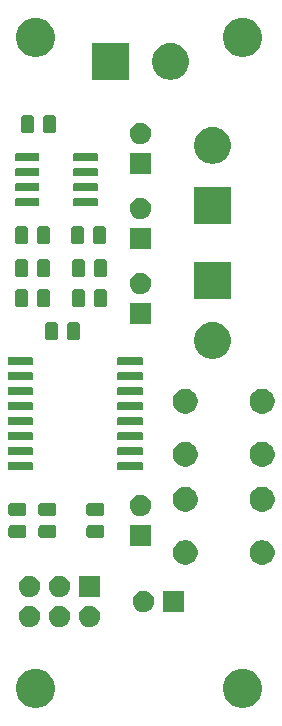
<source format=gbr>
G04 #@! TF.GenerationSoftware,KiCad,Pcbnew,(5.1.5)-3*
G04 #@! TF.CreationDate,2020-12-04T11:48:41+08:00*
G04 #@! TF.ProjectId,Clock PCB,436c6f63-6b20-4504-9342-2e6b69636164,rev?*
G04 #@! TF.SameCoordinates,Original*
G04 #@! TF.FileFunction,Soldermask,Bot*
G04 #@! TF.FilePolarity,Negative*
%FSLAX46Y46*%
G04 Gerber Fmt 4.6, Leading zero omitted, Abs format (unit mm)*
G04 Created by KiCad (PCBNEW (5.1.5)-3) date 2020-12-04 11:48:41*
%MOMM*%
%LPD*%
G04 APERTURE LIST*
%ADD10C,0.150000*%
G04 APERTURE END LIST*
D10*
G36*
X189605256Y-120311298D02*
G01*
X189711579Y-120332447D01*
X190012042Y-120456903D01*
X190282451Y-120637585D01*
X190512415Y-120867549D01*
X190693097Y-121137958D01*
X190817553Y-121438421D01*
X190881000Y-121757391D01*
X190881000Y-122082609D01*
X190817553Y-122401579D01*
X190693097Y-122702042D01*
X190512415Y-122972451D01*
X190282451Y-123202415D01*
X190012042Y-123383097D01*
X189711579Y-123507553D01*
X189605256Y-123528702D01*
X189392611Y-123571000D01*
X189067389Y-123571000D01*
X188854744Y-123528702D01*
X188748421Y-123507553D01*
X188447958Y-123383097D01*
X188177549Y-123202415D01*
X187947585Y-122972451D01*
X187766903Y-122702042D01*
X187642447Y-122401579D01*
X187579000Y-122082609D01*
X187579000Y-121757391D01*
X187642447Y-121438421D01*
X187766903Y-121137958D01*
X187947585Y-120867549D01*
X188177549Y-120637585D01*
X188447958Y-120456903D01*
X188748421Y-120332447D01*
X188854744Y-120311298D01*
X189067389Y-120269000D01*
X189392611Y-120269000D01*
X189605256Y-120311298D01*
G37*
G36*
X172079256Y-120311298D02*
G01*
X172185579Y-120332447D01*
X172486042Y-120456903D01*
X172756451Y-120637585D01*
X172986415Y-120867549D01*
X173167097Y-121137958D01*
X173291553Y-121438421D01*
X173355000Y-121757391D01*
X173355000Y-122082609D01*
X173291553Y-122401579D01*
X173167097Y-122702042D01*
X172986415Y-122972451D01*
X172756451Y-123202415D01*
X172486042Y-123383097D01*
X172185579Y-123507553D01*
X172079256Y-123528702D01*
X171866611Y-123571000D01*
X171541389Y-123571000D01*
X171328744Y-123528702D01*
X171222421Y-123507553D01*
X170921958Y-123383097D01*
X170651549Y-123202415D01*
X170421585Y-122972451D01*
X170240903Y-122702042D01*
X170116447Y-122401579D01*
X170053000Y-122082609D01*
X170053000Y-121757391D01*
X170116447Y-121438421D01*
X170240903Y-121137958D01*
X170421585Y-120867549D01*
X170651549Y-120637585D01*
X170921958Y-120456903D01*
X171222421Y-120332447D01*
X171328744Y-120311298D01*
X171541389Y-120269000D01*
X171866611Y-120269000D01*
X172079256Y-120311298D01*
G37*
G36*
X176389512Y-114927927D02*
G01*
X176538812Y-114957624D01*
X176702784Y-115025544D01*
X176850354Y-115124147D01*
X176975853Y-115249646D01*
X177074456Y-115397216D01*
X177142376Y-115561188D01*
X177177000Y-115735259D01*
X177177000Y-115912741D01*
X177142376Y-116086812D01*
X177074456Y-116250784D01*
X176975853Y-116398354D01*
X176850354Y-116523853D01*
X176702784Y-116622456D01*
X176538812Y-116690376D01*
X176389512Y-116720073D01*
X176364742Y-116725000D01*
X176187258Y-116725000D01*
X176162488Y-116720073D01*
X176013188Y-116690376D01*
X175849216Y-116622456D01*
X175701646Y-116523853D01*
X175576147Y-116398354D01*
X175477544Y-116250784D01*
X175409624Y-116086812D01*
X175375000Y-115912741D01*
X175375000Y-115735259D01*
X175409624Y-115561188D01*
X175477544Y-115397216D01*
X175576147Y-115249646D01*
X175701646Y-115124147D01*
X175849216Y-115025544D01*
X176013188Y-114957624D01*
X176162488Y-114927927D01*
X176187258Y-114923000D01*
X176364742Y-114923000D01*
X176389512Y-114927927D01*
G37*
G36*
X171309512Y-114927927D02*
G01*
X171458812Y-114957624D01*
X171622784Y-115025544D01*
X171770354Y-115124147D01*
X171895853Y-115249646D01*
X171994456Y-115397216D01*
X172062376Y-115561188D01*
X172097000Y-115735259D01*
X172097000Y-115912741D01*
X172062376Y-116086812D01*
X171994456Y-116250784D01*
X171895853Y-116398354D01*
X171770354Y-116523853D01*
X171622784Y-116622456D01*
X171458812Y-116690376D01*
X171309512Y-116720073D01*
X171284742Y-116725000D01*
X171107258Y-116725000D01*
X171082488Y-116720073D01*
X170933188Y-116690376D01*
X170769216Y-116622456D01*
X170621646Y-116523853D01*
X170496147Y-116398354D01*
X170397544Y-116250784D01*
X170329624Y-116086812D01*
X170295000Y-115912741D01*
X170295000Y-115735259D01*
X170329624Y-115561188D01*
X170397544Y-115397216D01*
X170496147Y-115249646D01*
X170621646Y-115124147D01*
X170769216Y-115025544D01*
X170933188Y-114957624D01*
X171082488Y-114927927D01*
X171107258Y-114923000D01*
X171284742Y-114923000D01*
X171309512Y-114927927D01*
G37*
G36*
X173849512Y-114927927D02*
G01*
X173998812Y-114957624D01*
X174162784Y-115025544D01*
X174310354Y-115124147D01*
X174435853Y-115249646D01*
X174534456Y-115397216D01*
X174602376Y-115561188D01*
X174637000Y-115735259D01*
X174637000Y-115912741D01*
X174602376Y-116086812D01*
X174534456Y-116250784D01*
X174435853Y-116398354D01*
X174310354Y-116523853D01*
X174162784Y-116622456D01*
X173998812Y-116690376D01*
X173849512Y-116720073D01*
X173824742Y-116725000D01*
X173647258Y-116725000D01*
X173622488Y-116720073D01*
X173473188Y-116690376D01*
X173309216Y-116622456D01*
X173161646Y-116523853D01*
X173036147Y-116398354D01*
X172937544Y-116250784D01*
X172869624Y-116086812D01*
X172835000Y-115912741D01*
X172835000Y-115735259D01*
X172869624Y-115561188D01*
X172937544Y-115397216D01*
X173036147Y-115249646D01*
X173161646Y-115124147D01*
X173309216Y-115025544D01*
X173473188Y-114957624D01*
X173622488Y-114927927D01*
X173647258Y-114923000D01*
X173824742Y-114923000D01*
X173849512Y-114927927D01*
G37*
G36*
X180961512Y-113657927D02*
G01*
X181110812Y-113687624D01*
X181274784Y-113755544D01*
X181422354Y-113854147D01*
X181547853Y-113979646D01*
X181646456Y-114127216D01*
X181714376Y-114291188D01*
X181749000Y-114465259D01*
X181749000Y-114642741D01*
X181714376Y-114816812D01*
X181646456Y-114980784D01*
X181547853Y-115128354D01*
X181422354Y-115253853D01*
X181274784Y-115352456D01*
X181110812Y-115420376D01*
X180961512Y-115450073D01*
X180936742Y-115455000D01*
X180759258Y-115455000D01*
X180734488Y-115450073D01*
X180585188Y-115420376D01*
X180421216Y-115352456D01*
X180273646Y-115253853D01*
X180148147Y-115128354D01*
X180049544Y-114980784D01*
X179981624Y-114816812D01*
X179947000Y-114642741D01*
X179947000Y-114465259D01*
X179981624Y-114291188D01*
X180049544Y-114127216D01*
X180148147Y-113979646D01*
X180273646Y-113854147D01*
X180421216Y-113755544D01*
X180585188Y-113687624D01*
X180734488Y-113657927D01*
X180759258Y-113653000D01*
X180936742Y-113653000D01*
X180961512Y-113657927D01*
G37*
G36*
X184289000Y-115455000D02*
G01*
X182487000Y-115455000D01*
X182487000Y-113653000D01*
X184289000Y-113653000D01*
X184289000Y-115455000D01*
G37*
G36*
X171309512Y-112387927D02*
G01*
X171458812Y-112417624D01*
X171622784Y-112485544D01*
X171770354Y-112584147D01*
X171895853Y-112709646D01*
X171994456Y-112857216D01*
X172062376Y-113021188D01*
X172097000Y-113195259D01*
X172097000Y-113372741D01*
X172062376Y-113546812D01*
X171994456Y-113710784D01*
X171895853Y-113858354D01*
X171770354Y-113983853D01*
X171622784Y-114082456D01*
X171458812Y-114150376D01*
X171309512Y-114180073D01*
X171284742Y-114185000D01*
X171107258Y-114185000D01*
X171082488Y-114180073D01*
X170933188Y-114150376D01*
X170769216Y-114082456D01*
X170621646Y-113983853D01*
X170496147Y-113858354D01*
X170397544Y-113710784D01*
X170329624Y-113546812D01*
X170295000Y-113372741D01*
X170295000Y-113195259D01*
X170329624Y-113021188D01*
X170397544Y-112857216D01*
X170496147Y-112709646D01*
X170621646Y-112584147D01*
X170769216Y-112485544D01*
X170933188Y-112417624D01*
X171082488Y-112387927D01*
X171107258Y-112383000D01*
X171284742Y-112383000D01*
X171309512Y-112387927D01*
G37*
G36*
X177177000Y-114185000D02*
G01*
X175375000Y-114185000D01*
X175375000Y-112383000D01*
X177177000Y-112383000D01*
X177177000Y-114185000D01*
G37*
G36*
X173849512Y-112387927D02*
G01*
X173998812Y-112417624D01*
X174162784Y-112485544D01*
X174310354Y-112584147D01*
X174435853Y-112709646D01*
X174534456Y-112857216D01*
X174602376Y-113021188D01*
X174637000Y-113195259D01*
X174637000Y-113372741D01*
X174602376Y-113546812D01*
X174534456Y-113710784D01*
X174435853Y-113858354D01*
X174310354Y-113983853D01*
X174162784Y-114082456D01*
X173998812Y-114150376D01*
X173849512Y-114180073D01*
X173824742Y-114185000D01*
X173647258Y-114185000D01*
X173622488Y-114180073D01*
X173473188Y-114150376D01*
X173309216Y-114082456D01*
X173161646Y-113983853D01*
X173036147Y-113858354D01*
X172937544Y-113710784D01*
X172869624Y-113546812D01*
X172835000Y-113372741D01*
X172835000Y-113195259D01*
X172869624Y-113021188D01*
X172937544Y-112857216D01*
X173036147Y-112709646D01*
X173161646Y-112584147D01*
X173309216Y-112485544D01*
X173473188Y-112417624D01*
X173622488Y-112387927D01*
X173647258Y-112383000D01*
X173824742Y-112383000D01*
X173849512Y-112387927D01*
G37*
G36*
X191210564Y-109407389D02*
G01*
X191401833Y-109486615D01*
X191401835Y-109486616D01*
X191573973Y-109601635D01*
X191720365Y-109748027D01*
X191835385Y-109920167D01*
X191914611Y-110111436D01*
X191955000Y-110314484D01*
X191955000Y-110521516D01*
X191914611Y-110724564D01*
X191835385Y-110915833D01*
X191835384Y-110915835D01*
X191720365Y-111087973D01*
X191573973Y-111234365D01*
X191401835Y-111349384D01*
X191401834Y-111349385D01*
X191401833Y-111349385D01*
X191210564Y-111428611D01*
X191007516Y-111469000D01*
X190800484Y-111469000D01*
X190597436Y-111428611D01*
X190406167Y-111349385D01*
X190406166Y-111349385D01*
X190406165Y-111349384D01*
X190234027Y-111234365D01*
X190087635Y-111087973D01*
X189972616Y-110915835D01*
X189972615Y-110915833D01*
X189893389Y-110724564D01*
X189853000Y-110521516D01*
X189853000Y-110314484D01*
X189893389Y-110111436D01*
X189972615Y-109920167D01*
X190087635Y-109748027D01*
X190234027Y-109601635D01*
X190406165Y-109486616D01*
X190406167Y-109486615D01*
X190597436Y-109407389D01*
X190800484Y-109367000D01*
X191007516Y-109367000D01*
X191210564Y-109407389D01*
G37*
G36*
X184710564Y-109407389D02*
G01*
X184901833Y-109486615D01*
X184901835Y-109486616D01*
X185073973Y-109601635D01*
X185220365Y-109748027D01*
X185335385Y-109920167D01*
X185414611Y-110111436D01*
X185455000Y-110314484D01*
X185455000Y-110521516D01*
X185414611Y-110724564D01*
X185335385Y-110915833D01*
X185335384Y-110915835D01*
X185220365Y-111087973D01*
X185073973Y-111234365D01*
X184901835Y-111349384D01*
X184901834Y-111349385D01*
X184901833Y-111349385D01*
X184710564Y-111428611D01*
X184507516Y-111469000D01*
X184300484Y-111469000D01*
X184097436Y-111428611D01*
X183906167Y-111349385D01*
X183906166Y-111349385D01*
X183906165Y-111349384D01*
X183734027Y-111234365D01*
X183587635Y-111087973D01*
X183472616Y-110915835D01*
X183472615Y-110915833D01*
X183393389Y-110724564D01*
X183353000Y-110521516D01*
X183353000Y-110314484D01*
X183393389Y-110111436D01*
X183472615Y-109920167D01*
X183587635Y-109748027D01*
X183734027Y-109601635D01*
X183906165Y-109486616D01*
X183906167Y-109486615D01*
X184097436Y-109407389D01*
X184300484Y-109367000D01*
X184507516Y-109367000D01*
X184710564Y-109407389D01*
G37*
G36*
X181495000Y-109867000D02*
G01*
X179693000Y-109867000D01*
X179693000Y-108065000D01*
X181495000Y-108065000D01*
X181495000Y-109867000D01*
G37*
G36*
X177368468Y-108099565D02*
G01*
X177407138Y-108111296D01*
X177442777Y-108130346D01*
X177474017Y-108155983D01*
X177499654Y-108187223D01*
X177518704Y-108222862D01*
X177530435Y-108261532D01*
X177535000Y-108307888D01*
X177535000Y-108959112D01*
X177530435Y-109005468D01*
X177518704Y-109044138D01*
X177499654Y-109079777D01*
X177474017Y-109111017D01*
X177442777Y-109136654D01*
X177407138Y-109155704D01*
X177368468Y-109167435D01*
X177322112Y-109172000D01*
X176245888Y-109172000D01*
X176199532Y-109167435D01*
X176160862Y-109155704D01*
X176125223Y-109136654D01*
X176093983Y-109111017D01*
X176068346Y-109079777D01*
X176049296Y-109044138D01*
X176037565Y-109005468D01*
X176033000Y-108959112D01*
X176033000Y-108307888D01*
X176037565Y-108261532D01*
X176049296Y-108222862D01*
X176068346Y-108187223D01*
X176093983Y-108155983D01*
X176125223Y-108130346D01*
X176160862Y-108111296D01*
X176199532Y-108099565D01*
X176245888Y-108095000D01*
X177322112Y-108095000D01*
X177368468Y-108099565D01*
G37*
G36*
X173304468Y-108099565D02*
G01*
X173343138Y-108111296D01*
X173378777Y-108130346D01*
X173410017Y-108155983D01*
X173435654Y-108187223D01*
X173454704Y-108222862D01*
X173466435Y-108261532D01*
X173471000Y-108307888D01*
X173471000Y-108959112D01*
X173466435Y-109005468D01*
X173454704Y-109044138D01*
X173435654Y-109079777D01*
X173410017Y-109111017D01*
X173378777Y-109136654D01*
X173343138Y-109155704D01*
X173304468Y-109167435D01*
X173258112Y-109172000D01*
X172181888Y-109172000D01*
X172135532Y-109167435D01*
X172096862Y-109155704D01*
X172061223Y-109136654D01*
X172029983Y-109111017D01*
X172004346Y-109079777D01*
X171985296Y-109044138D01*
X171973565Y-109005468D01*
X171969000Y-108959112D01*
X171969000Y-108307888D01*
X171973565Y-108261532D01*
X171985296Y-108222862D01*
X172004346Y-108187223D01*
X172029983Y-108155983D01*
X172061223Y-108130346D01*
X172096862Y-108111296D01*
X172135532Y-108099565D01*
X172181888Y-108095000D01*
X173258112Y-108095000D01*
X173304468Y-108099565D01*
G37*
G36*
X170764468Y-108099565D02*
G01*
X170803138Y-108111296D01*
X170838777Y-108130346D01*
X170870017Y-108155983D01*
X170895654Y-108187223D01*
X170914704Y-108222862D01*
X170926435Y-108261532D01*
X170931000Y-108307888D01*
X170931000Y-108959112D01*
X170926435Y-109005468D01*
X170914704Y-109044138D01*
X170895654Y-109079777D01*
X170870017Y-109111017D01*
X170838777Y-109136654D01*
X170803138Y-109155704D01*
X170764468Y-109167435D01*
X170718112Y-109172000D01*
X169641888Y-109172000D01*
X169595532Y-109167435D01*
X169556862Y-109155704D01*
X169521223Y-109136654D01*
X169489983Y-109111017D01*
X169464346Y-109079777D01*
X169445296Y-109044138D01*
X169433565Y-109005468D01*
X169429000Y-108959112D01*
X169429000Y-108307888D01*
X169433565Y-108261532D01*
X169445296Y-108222862D01*
X169464346Y-108187223D01*
X169489983Y-108155983D01*
X169521223Y-108130346D01*
X169556862Y-108111296D01*
X169595532Y-108099565D01*
X169641888Y-108095000D01*
X170718112Y-108095000D01*
X170764468Y-108099565D01*
G37*
G36*
X180707512Y-105529927D02*
G01*
X180856812Y-105559624D01*
X181020784Y-105627544D01*
X181168354Y-105726147D01*
X181293853Y-105851646D01*
X181392456Y-105999216D01*
X181460376Y-106163188D01*
X181495000Y-106337259D01*
X181495000Y-106514741D01*
X181460376Y-106688812D01*
X181392456Y-106852784D01*
X181293853Y-107000354D01*
X181168354Y-107125853D01*
X181020784Y-107224456D01*
X180856812Y-107292376D01*
X180707512Y-107322073D01*
X180682742Y-107327000D01*
X180505258Y-107327000D01*
X180480488Y-107322073D01*
X180331188Y-107292376D01*
X180167216Y-107224456D01*
X180019646Y-107125853D01*
X179894147Y-107000354D01*
X179795544Y-106852784D01*
X179727624Y-106688812D01*
X179693000Y-106514741D01*
X179693000Y-106337259D01*
X179727624Y-106163188D01*
X179795544Y-105999216D01*
X179894147Y-105851646D01*
X180019646Y-105726147D01*
X180167216Y-105627544D01*
X180331188Y-105559624D01*
X180480488Y-105529927D01*
X180505258Y-105525000D01*
X180682742Y-105525000D01*
X180707512Y-105529927D01*
G37*
G36*
X177368468Y-106224565D02*
G01*
X177407138Y-106236296D01*
X177442777Y-106255346D01*
X177474017Y-106280983D01*
X177499654Y-106312223D01*
X177518704Y-106347862D01*
X177530435Y-106386532D01*
X177535000Y-106432888D01*
X177535000Y-107084112D01*
X177530435Y-107130468D01*
X177518704Y-107169138D01*
X177499654Y-107204777D01*
X177474017Y-107236017D01*
X177442777Y-107261654D01*
X177407138Y-107280704D01*
X177368468Y-107292435D01*
X177322112Y-107297000D01*
X176245888Y-107297000D01*
X176199532Y-107292435D01*
X176160862Y-107280704D01*
X176125223Y-107261654D01*
X176093983Y-107236017D01*
X176068346Y-107204777D01*
X176049296Y-107169138D01*
X176037565Y-107130468D01*
X176033000Y-107084112D01*
X176033000Y-106432888D01*
X176037565Y-106386532D01*
X176049296Y-106347862D01*
X176068346Y-106312223D01*
X176093983Y-106280983D01*
X176125223Y-106255346D01*
X176160862Y-106236296D01*
X176199532Y-106224565D01*
X176245888Y-106220000D01*
X177322112Y-106220000D01*
X177368468Y-106224565D01*
G37*
G36*
X173304468Y-106224565D02*
G01*
X173343138Y-106236296D01*
X173378777Y-106255346D01*
X173410017Y-106280983D01*
X173435654Y-106312223D01*
X173454704Y-106347862D01*
X173466435Y-106386532D01*
X173471000Y-106432888D01*
X173471000Y-107084112D01*
X173466435Y-107130468D01*
X173454704Y-107169138D01*
X173435654Y-107204777D01*
X173410017Y-107236017D01*
X173378777Y-107261654D01*
X173343138Y-107280704D01*
X173304468Y-107292435D01*
X173258112Y-107297000D01*
X172181888Y-107297000D01*
X172135532Y-107292435D01*
X172096862Y-107280704D01*
X172061223Y-107261654D01*
X172029983Y-107236017D01*
X172004346Y-107204777D01*
X171985296Y-107169138D01*
X171973565Y-107130468D01*
X171969000Y-107084112D01*
X171969000Y-106432888D01*
X171973565Y-106386532D01*
X171985296Y-106347862D01*
X172004346Y-106312223D01*
X172029983Y-106280983D01*
X172061223Y-106255346D01*
X172096862Y-106236296D01*
X172135532Y-106224565D01*
X172181888Y-106220000D01*
X173258112Y-106220000D01*
X173304468Y-106224565D01*
G37*
G36*
X170764468Y-106224565D02*
G01*
X170803138Y-106236296D01*
X170838777Y-106255346D01*
X170870017Y-106280983D01*
X170895654Y-106312223D01*
X170914704Y-106347862D01*
X170926435Y-106386532D01*
X170931000Y-106432888D01*
X170931000Y-107084112D01*
X170926435Y-107130468D01*
X170914704Y-107169138D01*
X170895654Y-107204777D01*
X170870017Y-107236017D01*
X170838777Y-107261654D01*
X170803138Y-107280704D01*
X170764468Y-107292435D01*
X170718112Y-107297000D01*
X169641888Y-107297000D01*
X169595532Y-107292435D01*
X169556862Y-107280704D01*
X169521223Y-107261654D01*
X169489983Y-107236017D01*
X169464346Y-107204777D01*
X169445296Y-107169138D01*
X169433565Y-107130468D01*
X169429000Y-107084112D01*
X169429000Y-106432888D01*
X169433565Y-106386532D01*
X169445296Y-106347862D01*
X169464346Y-106312223D01*
X169489983Y-106280983D01*
X169521223Y-106255346D01*
X169556862Y-106236296D01*
X169595532Y-106224565D01*
X169641888Y-106220000D01*
X170718112Y-106220000D01*
X170764468Y-106224565D01*
G37*
G36*
X184710564Y-104907389D02*
G01*
X184901833Y-104986615D01*
X184901835Y-104986616D01*
X185073973Y-105101635D01*
X185220365Y-105248027D01*
X185335385Y-105420167D01*
X185414611Y-105611436D01*
X185455000Y-105814484D01*
X185455000Y-106021516D01*
X185414611Y-106224564D01*
X185363539Y-106347862D01*
X185335384Y-106415835D01*
X185220365Y-106587973D01*
X185073973Y-106734365D01*
X184901835Y-106849384D01*
X184901834Y-106849385D01*
X184901833Y-106849385D01*
X184710564Y-106928611D01*
X184507516Y-106969000D01*
X184300484Y-106969000D01*
X184097436Y-106928611D01*
X183906167Y-106849385D01*
X183906166Y-106849385D01*
X183906165Y-106849384D01*
X183734027Y-106734365D01*
X183587635Y-106587973D01*
X183472616Y-106415835D01*
X183444461Y-106347862D01*
X183393389Y-106224564D01*
X183353000Y-106021516D01*
X183353000Y-105814484D01*
X183393389Y-105611436D01*
X183472615Y-105420167D01*
X183587635Y-105248027D01*
X183734027Y-105101635D01*
X183906165Y-104986616D01*
X183906167Y-104986615D01*
X184097436Y-104907389D01*
X184300484Y-104867000D01*
X184507516Y-104867000D01*
X184710564Y-104907389D01*
G37*
G36*
X191210564Y-104907389D02*
G01*
X191401833Y-104986615D01*
X191401835Y-104986616D01*
X191573973Y-105101635D01*
X191720365Y-105248027D01*
X191835385Y-105420167D01*
X191914611Y-105611436D01*
X191955000Y-105814484D01*
X191955000Y-106021516D01*
X191914611Y-106224564D01*
X191863539Y-106347862D01*
X191835384Y-106415835D01*
X191720365Y-106587973D01*
X191573973Y-106734365D01*
X191401835Y-106849384D01*
X191401834Y-106849385D01*
X191401833Y-106849385D01*
X191210564Y-106928611D01*
X191007516Y-106969000D01*
X190800484Y-106969000D01*
X190597436Y-106928611D01*
X190406167Y-106849385D01*
X190406166Y-106849385D01*
X190406165Y-106849384D01*
X190234027Y-106734365D01*
X190087635Y-106587973D01*
X189972616Y-106415835D01*
X189944461Y-106347862D01*
X189893389Y-106224564D01*
X189853000Y-106021516D01*
X189853000Y-105814484D01*
X189893389Y-105611436D01*
X189972615Y-105420167D01*
X190087635Y-105248027D01*
X190234027Y-105101635D01*
X190406165Y-104986616D01*
X190406167Y-104986615D01*
X190597436Y-104907389D01*
X190800484Y-104867000D01*
X191007516Y-104867000D01*
X191210564Y-104907389D01*
G37*
G36*
X180718928Y-102775764D02*
G01*
X180740009Y-102782160D01*
X180759445Y-102792548D01*
X180776476Y-102806524D01*
X180790452Y-102823555D01*
X180800840Y-102842991D01*
X180807236Y-102864072D01*
X180810000Y-102892140D01*
X180810000Y-103355860D01*
X180807236Y-103383928D01*
X180800840Y-103405009D01*
X180790452Y-103424445D01*
X180776476Y-103441476D01*
X180759445Y-103455452D01*
X180740009Y-103465840D01*
X180718928Y-103472236D01*
X180690860Y-103475000D01*
X178777140Y-103475000D01*
X178749072Y-103472236D01*
X178727991Y-103465840D01*
X178708555Y-103455452D01*
X178691524Y-103441476D01*
X178677548Y-103424445D01*
X178667160Y-103405009D01*
X178660764Y-103383928D01*
X178658000Y-103355860D01*
X178658000Y-102892140D01*
X178660764Y-102864072D01*
X178667160Y-102842991D01*
X178677548Y-102823555D01*
X178691524Y-102806524D01*
X178708555Y-102792548D01*
X178727991Y-102782160D01*
X178749072Y-102775764D01*
X178777140Y-102773000D01*
X180690860Y-102773000D01*
X180718928Y-102775764D01*
G37*
G36*
X171418928Y-102775764D02*
G01*
X171440009Y-102782160D01*
X171459445Y-102792548D01*
X171476476Y-102806524D01*
X171490452Y-102823555D01*
X171500840Y-102842991D01*
X171507236Y-102864072D01*
X171510000Y-102892140D01*
X171510000Y-103355860D01*
X171507236Y-103383928D01*
X171500840Y-103405009D01*
X171490452Y-103424445D01*
X171476476Y-103441476D01*
X171459445Y-103455452D01*
X171440009Y-103465840D01*
X171418928Y-103472236D01*
X171390860Y-103475000D01*
X169477140Y-103475000D01*
X169449072Y-103472236D01*
X169427991Y-103465840D01*
X169408555Y-103455452D01*
X169391524Y-103441476D01*
X169377548Y-103424445D01*
X169367160Y-103405009D01*
X169360764Y-103383928D01*
X169358000Y-103355860D01*
X169358000Y-102892140D01*
X169360764Y-102864072D01*
X169367160Y-102842991D01*
X169377548Y-102823555D01*
X169391524Y-102806524D01*
X169408555Y-102792548D01*
X169427991Y-102782160D01*
X169449072Y-102775764D01*
X169477140Y-102773000D01*
X171390860Y-102773000D01*
X171418928Y-102775764D01*
G37*
G36*
X184710564Y-101097389D02*
G01*
X184901833Y-101176615D01*
X184901835Y-101176616D01*
X185073973Y-101291635D01*
X185220365Y-101438027D01*
X185315895Y-101580997D01*
X185335385Y-101610167D01*
X185414611Y-101801436D01*
X185455000Y-102004484D01*
X185455000Y-102211516D01*
X185414611Y-102414564D01*
X185335385Y-102605833D01*
X185335384Y-102605835D01*
X185220365Y-102777973D01*
X185073973Y-102924365D01*
X184901835Y-103039384D01*
X184901834Y-103039385D01*
X184901833Y-103039385D01*
X184710564Y-103118611D01*
X184507516Y-103159000D01*
X184300484Y-103159000D01*
X184097436Y-103118611D01*
X183906167Y-103039385D01*
X183906166Y-103039385D01*
X183906165Y-103039384D01*
X183734027Y-102924365D01*
X183587635Y-102777973D01*
X183472616Y-102605835D01*
X183472615Y-102605833D01*
X183393389Y-102414564D01*
X183353000Y-102211516D01*
X183353000Y-102004484D01*
X183393389Y-101801436D01*
X183472615Y-101610167D01*
X183492106Y-101580997D01*
X183587635Y-101438027D01*
X183734027Y-101291635D01*
X183906165Y-101176616D01*
X183906167Y-101176615D01*
X184097436Y-101097389D01*
X184300484Y-101057000D01*
X184507516Y-101057000D01*
X184710564Y-101097389D01*
G37*
G36*
X191210564Y-101097389D02*
G01*
X191401833Y-101176615D01*
X191401835Y-101176616D01*
X191573973Y-101291635D01*
X191720365Y-101438027D01*
X191815895Y-101580997D01*
X191835385Y-101610167D01*
X191914611Y-101801436D01*
X191955000Y-102004484D01*
X191955000Y-102211516D01*
X191914611Y-102414564D01*
X191835385Y-102605833D01*
X191835384Y-102605835D01*
X191720365Y-102777973D01*
X191573973Y-102924365D01*
X191401835Y-103039384D01*
X191401834Y-103039385D01*
X191401833Y-103039385D01*
X191210564Y-103118611D01*
X191007516Y-103159000D01*
X190800484Y-103159000D01*
X190597436Y-103118611D01*
X190406167Y-103039385D01*
X190406166Y-103039385D01*
X190406165Y-103039384D01*
X190234027Y-102924365D01*
X190087635Y-102777973D01*
X189972616Y-102605835D01*
X189972615Y-102605833D01*
X189893389Y-102414564D01*
X189853000Y-102211516D01*
X189853000Y-102004484D01*
X189893389Y-101801436D01*
X189972615Y-101610167D01*
X189992106Y-101580997D01*
X190087635Y-101438027D01*
X190234027Y-101291635D01*
X190406165Y-101176616D01*
X190406167Y-101176615D01*
X190597436Y-101097389D01*
X190800484Y-101057000D01*
X191007516Y-101057000D01*
X191210564Y-101097389D01*
G37*
G36*
X180718928Y-101505764D02*
G01*
X180740009Y-101512160D01*
X180759445Y-101522548D01*
X180776476Y-101536524D01*
X180790452Y-101553555D01*
X180800840Y-101572991D01*
X180807236Y-101594072D01*
X180810000Y-101622140D01*
X180810000Y-102085860D01*
X180807236Y-102113928D01*
X180800840Y-102135009D01*
X180790452Y-102154445D01*
X180776476Y-102171476D01*
X180759445Y-102185452D01*
X180740009Y-102195840D01*
X180718928Y-102202236D01*
X180690860Y-102205000D01*
X178777140Y-102205000D01*
X178749072Y-102202236D01*
X178727991Y-102195840D01*
X178708555Y-102185452D01*
X178691524Y-102171476D01*
X178677548Y-102154445D01*
X178667160Y-102135009D01*
X178660764Y-102113928D01*
X178658000Y-102085860D01*
X178658000Y-101622140D01*
X178660764Y-101594072D01*
X178667160Y-101572991D01*
X178677548Y-101553555D01*
X178691524Y-101536524D01*
X178708555Y-101522548D01*
X178727991Y-101512160D01*
X178749072Y-101505764D01*
X178777140Y-101503000D01*
X180690860Y-101503000D01*
X180718928Y-101505764D01*
G37*
G36*
X171418928Y-101505764D02*
G01*
X171440009Y-101512160D01*
X171459445Y-101522548D01*
X171476476Y-101536524D01*
X171490452Y-101553555D01*
X171500840Y-101572991D01*
X171507236Y-101594072D01*
X171510000Y-101622140D01*
X171510000Y-102085860D01*
X171507236Y-102113928D01*
X171500840Y-102135009D01*
X171490452Y-102154445D01*
X171476476Y-102171476D01*
X171459445Y-102185452D01*
X171440009Y-102195840D01*
X171418928Y-102202236D01*
X171390860Y-102205000D01*
X169477140Y-102205000D01*
X169449072Y-102202236D01*
X169427991Y-102195840D01*
X169408555Y-102185452D01*
X169391524Y-102171476D01*
X169377548Y-102154445D01*
X169367160Y-102135009D01*
X169360764Y-102113928D01*
X169358000Y-102085860D01*
X169358000Y-101622140D01*
X169360764Y-101594072D01*
X169367160Y-101572991D01*
X169377548Y-101553555D01*
X169391524Y-101536524D01*
X169408555Y-101522548D01*
X169427991Y-101512160D01*
X169449072Y-101505764D01*
X169477140Y-101503000D01*
X171390860Y-101503000D01*
X171418928Y-101505764D01*
G37*
G36*
X180718928Y-100235764D02*
G01*
X180740009Y-100242160D01*
X180759445Y-100252548D01*
X180776476Y-100266524D01*
X180790452Y-100283555D01*
X180800840Y-100302991D01*
X180807236Y-100324072D01*
X180810000Y-100352140D01*
X180810000Y-100815860D01*
X180807236Y-100843928D01*
X180800840Y-100865009D01*
X180790452Y-100884445D01*
X180776476Y-100901476D01*
X180759445Y-100915452D01*
X180740009Y-100925840D01*
X180718928Y-100932236D01*
X180690860Y-100935000D01*
X178777140Y-100935000D01*
X178749072Y-100932236D01*
X178727991Y-100925840D01*
X178708555Y-100915452D01*
X178691524Y-100901476D01*
X178677548Y-100884445D01*
X178667160Y-100865009D01*
X178660764Y-100843928D01*
X178658000Y-100815860D01*
X178658000Y-100352140D01*
X178660764Y-100324072D01*
X178667160Y-100302991D01*
X178677548Y-100283555D01*
X178691524Y-100266524D01*
X178708555Y-100252548D01*
X178727991Y-100242160D01*
X178749072Y-100235764D01*
X178777140Y-100233000D01*
X180690860Y-100233000D01*
X180718928Y-100235764D01*
G37*
G36*
X171418928Y-100235764D02*
G01*
X171440009Y-100242160D01*
X171459445Y-100252548D01*
X171476476Y-100266524D01*
X171490452Y-100283555D01*
X171500840Y-100302991D01*
X171507236Y-100324072D01*
X171510000Y-100352140D01*
X171510000Y-100815860D01*
X171507236Y-100843928D01*
X171500840Y-100865009D01*
X171490452Y-100884445D01*
X171476476Y-100901476D01*
X171459445Y-100915452D01*
X171440009Y-100925840D01*
X171418928Y-100932236D01*
X171390860Y-100935000D01*
X169477140Y-100935000D01*
X169449072Y-100932236D01*
X169427991Y-100925840D01*
X169408555Y-100915452D01*
X169391524Y-100901476D01*
X169377548Y-100884445D01*
X169367160Y-100865009D01*
X169360764Y-100843928D01*
X169358000Y-100815860D01*
X169358000Y-100352140D01*
X169360764Y-100324072D01*
X169367160Y-100302991D01*
X169377548Y-100283555D01*
X169391524Y-100266524D01*
X169408555Y-100252548D01*
X169427991Y-100242160D01*
X169449072Y-100235764D01*
X169477140Y-100233000D01*
X171390860Y-100233000D01*
X171418928Y-100235764D01*
G37*
G36*
X171418928Y-98965764D02*
G01*
X171440009Y-98972160D01*
X171459445Y-98982548D01*
X171476476Y-98996524D01*
X171490452Y-99013555D01*
X171500840Y-99032991D01*
X171507236Y-99054072D01*
X171510000Y-99082140D01*
X171510000Y-99545860D01*
X171507236Y-99573928D01*
X171500840Y-99595009D01*
X171490452Y-99614445D01*
X171476476Y-99631476D01*
X171459445Y-99645452D01*
X171440009Y-99655840D01*
X171418928Y-99662236D01*
X171390860Y-99665000D01*
X169477140Y-99665000D01*
X169449072Y-99662236D01*
X169427991Y-99655840D01*
X169408555Y-99645452D01*
X169391524Y-99631476D01*
X169377548Y-99614445D01*
X169367160Y-99595009D01*
X169360764Y-99573928D01*
X169358000Y-99545860D01*
X169358000Y-99082140D01*
X169360764Y-99054072D01*
X169367160Y-99032991D01*
X169377548Y-99013555D01*
X169391524Y-98996524D01*
X169408555Y-98982548D01*
X169427991Y-98972160D01*
X169449072Y-98965764D01*
X169477140Y-98963000D01*
X171390860Y-98963000D01*
X171418928Y-98965764D01*
G37*
G36*
X180718928Y-98965764D02*
G01*
X180740009Y-98972160D01*
X180759445Y-98982548D01*
X180776476Y-98996524D01*
X180790452Y-99013555D01*
X180800840Y-99032991D01*
X180807236Y-99054072D01*
X180810000Y-99082140D01*
X180810000Y-99545860D01*
X180807236Y-99573928D01*
X180800840Y-99595009D01*
X180790452Y-99614445D01*
X180776476Y-99631476D01*
X180759445Y-99645452D01*
X180740009Y-99655840D01*
X180718928Y-99662236D01*
X180690860Y-99665000D01*
X178777140Y-99665000D01*
X178749072Y-99662236D01*
X178727991Y-99655840D01*
X178708555Y-99645452D01*
X178691524Y-99631476D01*
X178677548Y-99614445D01*
X178667160Y-99595009D01*
X178660764Y-99573928D01*
X178658000Y-99545860D01*
X178658000Y-99082140D01*
X178660764Y-99054072D01*
X178667160Y-99032991D01*
X178677548Y-99013555D01*
X178691524Y-98996524D01*
X178708555Y-98982548D01*
X178727991Y-98972160D01*
X178749072Y-98965764D01*
X178777140Y-98963000D01*
X180690860Y-98963000D01*
X180718928Y-98965764D01*
G37*
G36*
X184710564Y-96597389D02*
G01*
X184901833Y-96676615D01*
X184901835Y-96676616D01*
X185073973Y-96791635D01*
X185220365Y-96938027D01*
X185325534Y-97095423D01*
X185335385Y-97110167D01*
X185414611Y-97301436D01*
X185455000Y-97504484D01*
X185455000Y-97711516D01*
X185414611Y-97914564D01*
X185335385Y-98105833D01*
X185335384Y-98105835D01*
X185220365Y-98277973D01*
X185073973Y-98424365D01*
X184901835Y-98539384D01*
X184901834Y-98539385D01*
X184901833Y-98539385D01*
X184710564Y-98618611D01*
X184507516Y-98659000D01*
X184300484Y-98659000D01*
X184097436Y-98618611D01*
X183906167Y-98539385D01*
X183906166Y-98539385D01*
X183906165Y-98539384D01*
X183734027Y-98424365D01*
X183587635Y-98277973D01*
X183472616Y-98105835D01*
X183472615Y-98105833D01*
X183393389Y-97914564D01*
X183353000Y-97711516D01*
X183353000Y-97504484D01*
X183393389Y-97301436D01*
X183472615Y-97110167D01*
X183482467Y-97095423D01*
X183587635Y-96938027D01*
X183734027Y-96791635D01*
X183906165Y-96676616D01*
X183906167Y-96676615D01*
X184097436Y-96597389D01*
X184300484Y-96557000D01*
X184507516Y-96557000D01*
X184710564Y-96597389D01*
G37*
G36*
X191210564Y-96597389D02*
G01*
X191401833Y-96676615D01*
X191401835Y-96676616D01*
X191573973Y-96791635D01*
X191720365Y-96938027D01*
X191825534Y-97095423D01*
X191835385Y-97110167D01*
X191914611Y-97301436D01*
X191955000Y-97504484D01*
X191955000Y-97711516D01*
X191914611Y-97914564D01*
X191835385Y-98105833D01*
X191835384Y-98105835D01*
X191720365Y-98277973D01*
X191573973Y-98424365D01*
X191401835Y-98539384D01*
X191401834Y-98539385D01*
X191401833Y-98539385D01*
X191210564Y-98618611D01*
X191007516Y-98659000D01*
X190800484Y-98659000D01*
X190597436Y-98618611D01*
X190406167Y-98539385D01*
X190406166Y-98539385D01*
X190406165Y-98539384D01*
X190234027Y-98424365D01*
X190087635Y-98277973D01*
X189972616Y-98105835D01*
X189972615Y-98105833D01*
X189893389Y-97914564D01*
X189853000Y-97711516D01*
X189853000Y-97504484D01*
X189893389Y-97301436D01*
X189972615Y-97110167D01*
X189982467Y-97095423D01*
X190087635Y-96938027D01*
X190234027Y-96791635D01*
X190406165Y-96676616D01*
X190406167Y-96676615D01*
X190597436Y-96597389D01*
X190800484Y-96557000D01*
X191007516Y-96557000D01*
X191210564Y-96597389D01*
G37*
G36*
X180718928Y-97695764D02*
G01*
X180740009Y-97702160D01*
X180759445Y-97712548D01*
X180776476Y-97726524D01*
X180790452Y-97743555D01*
X180800840Y-97762991D01*
X180807236Y-97784072D01*
X180810000Y-97812140D01*
X180810000Y-98275860D01*
X180807236Y-98303928D01*
X180800840Y-98325009D01*
X180790452Y-98344445D01*
X180776476Y-98361476D01*
X180759445Y-98375452D01*
X180740009Y-98385840D01*
X180718928Y-98392236D01*
X180690860Y-98395000D01*
X178777140Y-98395000D01*
X178749072Y-98392236D01*
X178727991Y-98385840D01*
X178708555Y-98375452D01*
X178691524Y-98361476D01*
X178677548Y-98344445D01*
X178667160Y-98325009D01*
X178660764Y-98303928D01*
X178658000Y-98275860D01*
X178658000Y-97812140D01*
X178660764Y-97784072D01*
X178667160Y-97762991D01*
X178677548Y-97743555D01*
X178691524Y-97726524D01*
X178708555Y-97712548D01*
X178727991Y-97702160D01*
X178749072Y-97695764D01*
X178777140Y-97693000D01*
X180690860Y-97693000D01*
X180718928Y-97695764D01*
G37*
G36*
X171418928Y-97695764D02*
G01*
X171440009Y-97702160D01*
X171459445Y-97712548D01*
X171476476Y-97726524D01*
X171490452Y-97743555D01*
X171500840Y-97762991D01*
X171507236Y-97784072D01*
X171510000Y-97812140D01*
X171510000Y-98275860D01*
X171507236Y-98303928D01*
X171500840Y-98325009D01*
X171490452Y-98344445D01*
X171476476Y-98361476D01*
X171459445Y-98375452D01*
X171440009Y-98385840D01*
X171418928Y-98392236D01*
X171390860Y-98395000D01*
X169477140Y-98395000D01*
X169449072Y-98392236D01*
X169427991Y-98385840D01*
X169408555Y-98375452D01*
X169391524Y-98361476D01*
X169377548Y-98344445D01*
X169367160Y-98325009D01*
X169360764Y-98303928D01*
X169358000Y-98275860D01*
X169358000Y-97812140D01*
X169360764Y-97784072D01*
X169367160Y-97762991D01*
X169377548Y-97743555D01*
X169391524Y-97726524D01*
X169408555Y-97712548D01*
X169427991Y-97702160D01*
X169449072Y-97695764D01*
X169477140Y-97693000D01*
X171390860Y-97693000D01*
X171418928Y-97695764D01*
G37*
G36*
X180718928Y-96425764D02*
G01*
X180740009Y-96432160D01*
X180759445Y-96442548D01*
X180776476Y-96456524D01*
X180790452Y-96473555D01*
X180800840Y-96492991D01*
X180807236Y-96514072D01*
X180810000Y-96542140D01*
X180810000Y-97005860D01*
X180807236Y-97033928D01*
X180800840Y-97055009D01*
X180790452Y-97074445D01*
X180776476Y-97091476D01*
X180759445Y-97105452D01*
X180740009Y-97115840D01*
X180718928Y-97122236D01*
X180690860Y-97125000D01*
X178777140Y-97125000D01*
X178749072Y-97122236D01*
X178727991Y-97115840D01*
X178708555Y-97105452D01*
X178691524Y-97091476D01*
X178677548Y-97074445D01*
X178667160Y-97055009D01*
X178660764Y-97033928D01*
X178658000Y-97005860D01*
X178658000Y-96542140D01*
X178660764Y-96514072D01*
X178667160Y-96492991D01*
X178677548Y-96473555D01*
X178691524Y-96456524D01*
X178708555Y-96442548D01*
X178727991Y-96432160D01*
X178749072Y-96425764D01*
X178777140Y-96423000D01*
X180690860Y-96423000D01*
X180718928Y-96425764D01*
G37*
G36*
X171418928Y-96425764D02*
G01*
X171440009Y-96432160D01*
X171459445Y-96442548D01*
X171476476Y-96456524D01*
X171490452Y-96473555D01*
X171500840Y-96492991D01*
X171507236Y-96514072D01*
X171510000Y-96542140D01*
X171510000Y-97005860D01*
X171507236Y-97033928D01*
X171500840Y-97055009D01*
X171490452Y-97074445D01*
X171476476Y-97091476D01*
X171459445Y-97105452D01*
X171440009Y-97115840D01*
X171418928Y-97122236D01*
X171390860Y-97125000D01*
X169477140Y-97125000D01*
X169449072Y-97122236D01*
X169427991Y-97115840D01*
X169408555Y-97105452D01*
X169391524Y-97091476D01*
X169377548Y-97074445D01*
X169367160Y-97055009D01*
X169360764Y-97033928D01*
X169358000Y-97005860D01*
X169358000Y-96542140D01*
X169360764Y-96514072D01*
X169367160Y-96492991D01*
X169377548Y-96473555D01*
X169391524Y-96456524D01*
X169408555Y-96442548D01*
X169427991Y-96432160D01*
X169449072Y-96425764D01*
X169477140Y-96423000D01*
X171390860Y-96423000D01*
X171418928Y-96425764D01*
G37*
G36*
X180718928Y-95155764D02*
G01*
X180740009Y-95162160D01*
X180759445Y-95172548D01*
X180776476Y-95186524D01*
X180790452Y-95203555D01*
X180800840Y-95222991D01*
X180807236Y-95244072D01*
X180810000Y-95272140D01*
X180810000Y-95735860D01*
X180807236Y-95763928D01*
X180800840Y-95785009D01*
X180790452Y-95804445D01*
X180776476Y-95821476D01*
X180759445Y-95835452D01*
X180740009Y-95845840D01*
X180718928Y-95852236D01*
X180690860Y-95855000D01*
X178777140Y-95855000D01*
X178749072Y-95852236D01*
X178727991Y-95845840D01*
X178708555Y-95835452D01*
X178691524Y-95821476D01*
X178677548Y-95804445D01*
X178667160Y-95785009D01*
X178660764Y-95763928D01*
X178658000Y-95735860D01*
X178658000Y-95272140D01*
X178660764Y-95244072D01*
X178667160Y-95222991D01*
X178677548Y-95203555D01*
X178691524Y-95186524D01*
X178708555Y-95172548D01*
X178727991Y-95162160D01*
X178749072Y-95155764D01*
X178777140Y-95153000D01*
X180690860Y-95153000D01*
X180718928Y-95155764D01*
G37*
G36*
X171418928Y-95155764D02*
G01*
X171440009Y-95162160D01*
X171459445Y-95172548D01*
X171476476Y-95186524D01*
X171490452Y-95203555D01*
X171500840Y-95222991D01*
X171507236Y-95244072D01*
X171510000Y-95272140D01*
X171510000Y-95735860D01*
X171507236Y-95763928D01*
X171500840Y-95785009D01*
X171490452Y-95804445D01*
X171476476Y-95821476D01*
X171459445Y-95835452D01*
X171440009Y-95845840D01*
X171418928Y-95852236D01*
X171390860Y-95855000D01*
X169477140Y-95855000D01*
X169449072Y-95852236D01*
X169427991Y-95845840D01*
X169408555Y-95835452D01*
X169391524Y-95821476D01*
X169377548Y-95804445D01*
X169367160Y-95785009D01*
X169360764Y-95763928D01*
X169358000Y-95735860D01*
X169358000Y-95272140D01*
X169360764Y-95244072D01*
X169367160Y-95222991D01*
X169377548Y-95203555D01*
X169391524Y-95186524D01*
X169408555Y-95172548D01*
X169427991Y-95162160D01*
X169449072Y-95155764D01*
X169477140Y-95153000D01*
X171390860Y-95153000D01*
X171418928Y-95155764D01*
G37*
G36*
X180718928Y-93885764D02*
G01*
X180740009Y-93892160D01*
X180759445Y-93902548D01*
X180776476Y-93916524D01*
X180790452Y-93933555D01*
X180800840Y-93952991D01*
X180807236Y-93974072D01*
X180810000Y-94002140D01*
X180810000Y-94465860D01*
X180807236Y-94493928D01*
X180800840Y-94515009D01*
X180790452Y-94534445D01*
X180776476Y-94551476D01*
X180759445Y-94565452D01*
X180740009Y-94575840D01*
X180718928Y-94582236D01*
X180690860Y-94585000D01*
X178777140Y-94585000D01*
X178749072Y-94582236D01*
X178727991Y-94575840D01*
X178708555Y-94565452D01*
X178691524Y-94551476D01*
X178677548Y-94534445D01*
X178667160Y-94515009D01*
X178660764Y-94493928D01*
X178658000Y-94465860D01*
X178658000Y-94002140D01*
X178660764Y-93974072D01*
X178667160Y-93952991D01*
X178677548Y-93933555D01*
X178691524Y-93916524D01*
X178708555Y-93902548D01*
X178727991Y-93892160D01*
X178749072Y-93885764D01*
X178777140Y-93883000D01*
X180690860Y-93883000D01*
X180718928Y-93885764D01*
G37*
G36*
X171418928Y-93885764D02*
G01*
X171440009Y-93892160D01*
X171459445Y-93902548D01*
X171476476Y-93916524D01*
X171490452Y-93933555D01*
X171500840Y-93952991D01*
X171507236Y-93974072D01*
X171510000Y-94002140D01*
X171510000Y-94465860D01*
X171507236Y-94493928D01*
X171500840Y-94515009D01*
X171490452Y-94534445D01*
X171476476Y-94551476D01*
X171459445Y-94565452D01*
X171440009Y-94575840D01*
X171418928Y-94582236D01*
X171390860Y-94585000D01*
X169477140Y-94585000D01*
X169449072Y-94582236D01*
X169427991Y-94575840D01*
X169408555Y-94565452D01*
X169391524Y-94551476D01*
X169377548Y-94534445D01*
X169367160Y-94515009D01*
X169360764Y-94493928D01*
X169358000Y-94465860D01*
X169358000Y-94002140D01*
X169360764Y-93974072D01*
X169367160Y-93952991D01*
X169377548Y-93933555D01*
X169391524Y-93916524D01*
X169408555Y-93902548D01*
X169427991Y-93892160D01*
X169449072Y-93885764D01*
X169477140Y-93883000D01*
X171390860Y-93883000D01*
X171418928Y-93885764D01*
G37*
G36*
X186992585Y-90934802D02*
G01*
X187142410Y-90964604D01*
X187424674Y-91081521D01*
X187678705Y-91251259D01*
X187894741Y-91467295D01*
X188064479Y-91721326D01*
X188181396Y-92003590D01*
X188241000Y-92303240D01*
X188241000Y-92608760D01*
X188181396Y-92908410D01*
X188064479Y-93190674D01*
X187894741Y-93444705D01*
X187678705Y-93660741D01*
X187424674Y-93830479D01*
X187142410Y-93947396D01*
X187074033Y-93960997D01*
X186842761Y-94007000D01*
X186537239Y-94007000D01*
X186305967Y-93960997D01*
X186237590Y-93947396D01*
X185955326Y-93830479D01*
X185701295Y-93660741D01*
X185485259Y-93444705D01*
X185315521Y-93190674D01*
X185198604Y-92908410D01*
X185139000Y-92608760D01*
X185139000Y-92303240D01*
X185198604Y-92003590D01*
X185315521Y-91721326D01*
X185485259Y-91467295D01*
X185701295Y-91251259D01*
X185955326Y-91081521D01*
X186237590Y-90964604D01*
X186387415Y-90934802D01*
X186537239Y-90905000D01*
X186842761Y-90905000D01*
X186992585Y-90934802D01*
G37*
G36*
X175299468Y-90947565D02*
G01*
X175338138Y-90959296D01*
X175373777Y-90978346D01*
X175405017Y-91003983D01*
X175430654Y-91035223D01*
X175449704Y-91070862D01*
X175461435Y-91109532D01*
X175466000Y-91155888D01*
X175466000Y-92232112D01*
X175461435Y-92278468D01*
X175449704Y-92317138D01*
X175430654Y-92352777D01*
X175405017Y-92384017D01*
X175373777Y-92409654D01*
X175338138Y-92428704D01*
X175299468Y-92440435D01*
X175253112Y-92445000D01*
X174601888Y-92445000D01*
X174555532Y-92440435D01*
X174516862Y-92428704D01*
X174481223Y-92409654D01*
X174449983Y-92384017D01*
X174424346Y-92352777D01*
X174405296Y-92317138D01*
X174393565Y-92278468D01*
X174389000Y-92232112D01*
X174389000Y-91155888D01*
X174393565Y-91109532D01*
X174405296Y-91070862D01*
X174424346Y-91035223D01*
X174449983Y-91003983D01*
X174481223Y-90978346D01*
X174516862Y-90959296D01*
X174555532Y-90947565D01*
X174601888Y-90943000D01*
X175253112Y-90943000D01*
X175299468Y-90947565D01*
G37*
G36*
X173424468Y-90947565D02*
G01*
X173463138Y-90959296D01*
X173498777Y-90978346D01*
X173530017Y-91003983D01*
X173555654Y-91035223D01*
X173574704Y-91070862D01*
X173586435Y-91109532D01*
X173591000Y-91155888D01*
X173591000Y-92232112D01*
X173586435Y-92278468D01*
X173574704Y-92317138D01*
X173555654Y-92352777D01*
X173530017Y-92384017D01*
X173498777Y-92409654D01*
X173463138Y-92428704D01*
X173424468Y-92440435D01*
X173378112Y-92445000D01*
X172726888Y-92445000D01*
X172680532Y-92440435D01*
X172641862Y-92428704D01*
X172606223Y-92409654D01*
X172574983Y-92384017D01*
X172549346Y-92352777D01*
X172530296Y-92317138D01*
X172518565Y-92278468D01*
X172514000Y-92232112D01*
X172514000Y-91155888D01*
X172518565Y-91109532D01*
X172530296Y-91070862D01*
X172549346Y-91035223D01*
X172574983Y-91003983D01*
X172606223Y-90978346D01*
X172641862Y-90959296D01*
X172680532Y-90947565D01*
X172726888Y-90943000D01*
X173378112Y-90943000D01*
X173424468Y-90947565D01*
G37*
G36*
X181495000Y-91071000D02*
G01*
X179693000Y-91071000D01*
X179693000Y-89269000D01*
X181495000Y-89269000D01*
X181495000Y-91071000D01*
G37*
G36*
X175710468Y-88153565D02*
G01*
X175749138Y-88165296D01*
X175784777Y-88184346D01*
X175816017Y-88209983D01*
X175841654Y-88241223D01*
X175860704Y-88276862D01*
X175872435Y-88315532D01*
X175877000Y-88361888D01*
X175877000Y-89438112D01*
X175872435Y-89484468D01*
X175860704Y-89523138D01*
X175841654Y-89558777D01*
X175816017Y-89590017D01*
X175784777Y-89615654D01*
X175749138Y-89634704D01*
X175710468Y-89646435D01*
X175664112Y-89651000D01*
X175012888Y-89651000D01*
X174966532Y-89646435D01*
X174927862Y-89634704D01*
X174892223Y-89615654D01*
X174860983Y-89590017D01*
X174835346Y-89558777D01*
X174816296Y-89523138D01*
X174804565Y-89484468D01*
X174800000Y-89438112D01*
X174800000Y-88361888D01*
X174804565Y-88315532D01*
X174816296Y-88276862D01*
X174835346Y-88241223D01*
X174860983Y-88209983D01*
X174892223Y-88184346D01*
X174927862Y-88165296D01*
X174966532Y-88153565D01*
X175012888Y-88149000D01*
X175664112Y-88149000D01*
X175710468Y-88153565D01*
G37*
G36*
X177585468Y-88153565D02*
G01*
X177624138Y-88165296D01*
X177659777Y-88184346D01*
X177691017Y-88209983D01*
X177716654Y-88241223D01*
X177735704Y-88276862D01*
X177747435Y-88315532D01*
X177752000Y-88361888D01*
X177752000Y-89438112D01*
X177747435Y-89484468D01*
X177735704Y-89523138D01*
X177716654Y-89558777D01*
X177691017Y-89590017D01*
X177659777Y-89615654D01*
X177624138Y-89634704D01*
X177585468Y-89646435D01*
X177539112Y-89651000D01*
X176887888Y-89651000D01*
X176841532Y-89646435D01*
X176802862Y-89634704D01*
X176767223Y-89615654D01*
X176735983Y-89590017D01*
X176710346Y-89558777D01*
X176691296Y-89523138D01*
X176679565Y-89484468D01*
X176675000Y-89438112D01*
X176675000Y-88361888D01*
X176679565Y-88315532D01*
X176691296Y-88276862D01*
X176710346Y-88241223D01*
X176735983Y-88209983D01*
X176767223Y-88184346D01*
X176802862Y-88165296D01*
X176841532Y-88153565D01*
X176887888Y-88149000D01*
X177539112Y-88149000D01*
X177585468Y-88153565D01*
G37*
G36*
X170884468Y-88153565D02*
G01*
X170923138Y-88165296D01*
X170958777Y-88184346D01*
X170990017Y-88209983D01*
X171015654Y-88241223D01*
X171034704Y-88276862D01*
X171046435Y-88315532D01*
X171051000Y-88361888D01*
X171051000Y-89438112D01*
X171046435Y-89484468D01*
X171034704Y-89523138D01*
X171015654Y-89558777D01*
X170990017Y-89590017D01*
X170958777Y-89615654D01*
X170923138Y-89634704D01*
X170884468Y-89646435D01*
X170838112Y-89651000D01*
X170186888Y-89651000D01*
X170140532Y-89646435D01*
X170101862Y-89634704D01*
X170066223Y-89615654D01*
X170034983Y-89590017D01*
X170009346Y-89558777D01*
X169990296Y-89523138D01*
X169978565Y-89484468D01*
X169974000Y-89438112D01*
X169974000Y-88361888D01*
X169978565Y-88315532D01*
X169990296Y-88276862D01*
X170009346Y-88241223D01*
X170034983Y-88209983D01*
X170066223Y-88184346D01*
X170101862Y-88165296D01*
X170140532Y-88153565D01*
X170186888Y-88149000D01*
X170838112Y-88149000D01*
X170884468Y-88153565D01*
G37*
G36*
X172759468Y-88153565D02*
G01*
X172798138Y-88165296D01*
X172833777Y-88184346D01*
X172865017Y-88209983D01*
X172890654Y-88241223D01*
X172909704Y-88276862D01*
X172921435Y-88315532D01*
X172926000Y-88361888D01*
X172926000Y-89438112D01*
X172921435Y-89484468D01*
X172909704Y-89523138D01*
X172890654Y-89558777D01*
X172865017Y-89590017D01*
X172833777Y-89615654D01*
X172798138Y-89634704D01*
X172759468Y-89646435D01*
X172713112Y-89651000D01*
X172061888Y-89651000D01*
X172015532Y-89646435D01*
X171976862Y-89634704D01*
X171941223Y-89615654D01*
X171909983Y-89590017D01*
X171884346Y-89558777D01*
X171865296Y-89523138D01*
X171853565Y-89484468D01*
X171849000Y-89438112D01*
X171849000Y-88361888D01*
X171853565Y-88315532D01*
X171865296Y-88276862D01*
X171884346Y-88241223D01*
X171909983Y-88209983D01*
X171941223Y-88184346D01*
X171976862Y-88165296D01*
X172015532Y-88153565D01*
X172061888Y-88149000D01*
X172713112Y-88149000D01*
X172759468Y-88153565D01*
G37*
G36*
X188241000Y-88927000D02*
G01*
X185139000Y-88927000D01*
X185139000Y-85825000D01*
X188241000Y-85825000D01*
X188241000Y-88927000D01*
G37*
G36*
X180707512Y-86733927D02*
G01*
X180856812Y-86763624D01*
X181020784Y-86831544D01*
X181168354Y-86930147D01*
X181293853Y-87055646D01*
X181392456Y-87203216D01*
X181460376Y-87367188D01*
X181495000Y-87541259D01*
X181495000Y-87718741D01*
X181460376Y-87892812D01*
X181392456Y-88056784D01*
X181293853Y-88204354D01*
X181168354Y-88329853D01*
X181020784Y-88428456D01*
X180856812Y-88496376D01*
X180707512Y-88526073D01*
X180682742Y-88531000D01*
X180505258Y-88531000D01*
X180480488Y-88526073D01*
X180331188Y-88496376D01*
X180167216Y-88428456D01*
X180019646Y-88329853D01*
X179894147Y-88204354D01*
X179795544Y-88056784D01*
X179727624Y-87892812D01*
X179693000Y-87718741D01*
X179693000Y-87541259D01*
X179727624Y-87367188D01*
X179795544Y-87203216D01*
X179894147Y-87055646D01*
X180019646Y-86930147D01*
X180167216Y-86831544D01*
X180331188Y-86763624D01*
X180480488Y-86733927D01*
X180505258Y-86729000D01*
X180682742Y-86729000D01*
X180707512Y-86733927D01*
G37*
G36*
X170884468Y-85613565D02*
G01*
X170923138Y-85625296D01*
X170958777Y-85644346D01*
X170990017Y-85669983D01*
X171015654Y-85701223D01*
X171034704Y-85736862D01*
X171046435Y-85775532D01*
X171051000Y-85821888D01*
X171051000Y-86898112D01*
X171046435Y-86944468D01*
X171034704Y-86983138D01*
X171015654Y-87018777D01*
X170990017Y-87050017D01*
X170958777Y-87075654D01*
X170923138Y-87094704D01*
X170884468Y-87106435D01*
X170838112Y-87111000D01*
X170186888Y-87111000D01*
X170140532Y-87106435D01*
X170101862Y-87094704D01*
X170066223Y-87075654D01*
X170034983Y-87050017D01*
X170009346Y-87018777D01*
X169990296Y-86983138D01*
X169978565Y-86944468D01*
X169974000Y-86898112D01*
X169974000Y-85821888D01*
X169978565Y-85775532D01*
X169990296Y-85736862D01*
X170009346Y-85701223D01*
X170034983Y-85669983D01*
X170066223Y-85644346D01*
X170101862Y-85625296D01*
X170140532Y-85613565D01*
X170186888Y-85609000D01*
X170838112Y-85609000D01*
X170884468Y-85613565D01*
G37*
G36*
X172759468Y-85613565D02*
G01*
X172798138Y-85625296D01*
X172833777Y-85644346D01*
X172865017Y-85669983D01*
X172890654Y-85701223D01*
X172909704Y-85736862D01*
X172921435Y-85775532D01*
X172926000Y-85821888D01*
X172926000Y-86898112D01*
X172921435Y-86944468D01*
X172909704Y-86983138D01*
X172890654Y-87018777D01*
X172865017Y-87050017D01*
X172833777Y-87075654D01*
X172798138Y-87094704D01*
X172759468Y-87106435D01*
X172713112Y-87111000D01*
X172061888Y-87111000D01*
X172015532Y-87106435D01*
X171976862Y-87094704D01*
X171941223Y-87075654D01*
X171909983Y-87050017D01*
X171884346Y-87018777D01*
X171865296Y-86983138D01*
X171853565Y-86944468D01*
X171849000Y-86898112D01*
X171849000Y-85821888D01*
X171853565Y-85775532D01*
X171865296Y-85736862D01*
X171884346Y-85701223D01*
X171909983Y-85669983D01*
X171941223Y-85644346D01*
X171976862Y-85625296D01*
X172015532Y-85613565D01*
X172061888Y-85609000D01*
X172713112Y-85609000D01*
X172759468Y-85613565D01*
G37*
G36*
X175710468Y-85613565D02*
G01*
X175749138Y-85625296D01*
X175784777Y-85644346D01*
X175816017Y-85669983D01*
X175841654Y-85701223D01*
X175860704Y-85736862D01*
X175872435Y-85775532D01*
X175877000Y-85821888D01*
X175877000Y-86898112D01*
X175872435Y-86944468D01*
X175860704Y-86983138D01*
X175841654Y-87018777D01*
X175816017Y-87050017D01*
X175784777Y-87075654D01*
X175749138Y-87094704D01*
X175710468Y-87106435D01*
X175664112Y-87111000D01*
X175012888Y-87111000D01*
X174966532Y-87106435D01*
X174927862Y-87094704D01*
X174892223Y-87075654D01*
X174860983Y-87050017D01*
X174835346Y-87018777D01*
X174816296Y-86983138D01*
X174804565Y-86944468D01*
X174800000Y-86898112D01*
X174800000Y-85821888D01*
X174804565Y-85775532D01*
X174816296Y-85736862D01*
X174835346Y-85701223D01*
X174860983Y-85669983D01*
X174892223Y-85644346D01*
X174927862Y-85625296D01*
X174966532Y-85613565D01*
X175012888Y-85609000D01*
X175664112Y-85609000D01*
X175710468Y-85613565D01*
G37*
G36*
X177585468Y-85613565D02*
G01*
X177624138Y-85625296D01*
X177659777Y-85644346D01*
X177691017Y-85669983D01*
X177716654Y-85701223D01*
X177735704Y-85736862D01*
X177747435Y-85775532D01*
X177752000Y-85821888D01*
X177752000Y-86898112D01*
X177747435Y-86944468D01*
X177735704Y-86983138D01*
X177716654Y-87018777D01*
X177691017Y-87050017D01*
X177659777Y-87075654D01*
X177624138Y-87094704D01*
X177585468Y-87106435D01*
X177539112Y-87111000D01*
X176887888Y-87111000D01*
X176841532Y-87106435D01*
X176802862Y-87094704D01*
X176767223Y-87075654D01*
X176735983Y-87050017D01*
X176710346Y-87018777D01*
X176691296Y-86983138D01*
X176679565Y-86944468D01*
X176675000Y-86898112D01*
X176675000Y-85821888D01*
X176679565Y-85775532D01*
X176691296Y-85736862D01*
X176710346Y-85701223D01*
X176735983Y-85669983D01*
X176767223Y-85644346D01*
X176802862Y-85625296D01*
X176841532Y-85613565D01*
X176887888Y-85609000D01*
X177539112Y-85609000D01*
X177585468Y-85613565D01*
G37*
G36*
X181495000Y-84721000D02*
G01*
X179693000Y-84721000D01*
X179693000Y-82919000D01*
X181495000Y-82919000D01*
X181495000Y-84721000D01*
G37*
G36*
X172759468Y-82819565D02*
G01*
X172798138Y-82831296D01*
X172833777Y-82850346D01*
X172865017Y-82875983D01*
X172890654Y-82907223D01*
X172909704Y-82942862D01*
X172921435Y-82981532D01*
X172926000Y-83027888D01*
X172926000Y-84104112D01*
X172921435Y-84150468D01*
X172909704Y-84189138D01*
X172890654Y-84224777D01*
X172865017Y-84256017D01*
X172833777Y-84281654D01*
X172798138Y-84300704D01*
X172759468Y-84312435D01*
X172713112Y-84317000D01*
X172061888Y-84317000D01*
X172015532Y-84312435D01*
X171976862Y-84300704D01*
X171941223Y-84281654D01*
X171909983Y-84256017D01*
X171884346Y-84224777D01*
X171865296Y-84189138D01*
X171853565Y-84150468D01*
X171849000Y-84104112D01*
X171849000Y-83027888D01*
X171853565Y-82981532D01*
X171865296Y-82942862D01*
X171884346Y-82907223D01*
X171909983Y-82875983D01*
X171941223Y-82850346D01*
X171976862Y-82831296D01*
X172015532Y-82819565D01*
X172061888Y-82815000D01*
X172713112Y-82815000D01*
X172759468Y-82819565D01*
G37*
G36*
X175631968Y-82819565D02*
G01*
X175670638Y-82831296D01*
X175706277Y-82850346D01*
X175737517Y-82875983D01*
X175763154Y-82907223D01*
X175782204Y-82942862D01*
X175793935Y-82981532D01*
X175798500Y-83027888D01*
X175798500Y-84104112D01*
X175793935Y-84150468D01*
X175782204Y-84189138D01*
X175763154Y-84224777D01*
X175737517Y-84256017D01*
X175706277Y-84281654D01*
X175670638Y-84300704D01*
X175631968Y-84312435D01*
X175585612Y-84317000D01*
X174934388Y-84317000D01*
X174888032Y-84312435D01*
X174849362Y-84300704D01*
X174813723Y-84281654D01*
X174782483Y-84256017D01*
X174756846Y-84224777D01*
X174737796Y-84189138D01*
X174726065Y-84150468D01*
X174721500Y-84104112D01*
X174721500Y-83027888D01*
X174726065Y-82981532D01*
X174737796Y-82942862D01*
X174756846Y-82907223D01*
X174782483Y-82875983D01*
X174813723Y-82850346D01*
X174849362Y-82831296D01*
X174888032Y-82819565D01*
X174934388Y-82815000D01*
X175585612Y-82815000D01*
X175631968Y-82819565D01*
G37*
G36*
X170884468Y-82819565D02*
G01*
X170923138Y-82831296D01*
X170958777Y-82850346D01*
X170990017Y-82875983D01*
X171015654Y-82907223D01*
X171034704Y-82942862D01*
X171046435Y-82981532D01*
X171051000Y-83027888D01*
X171051000Y-84104112D01*
X171046435Y-84150468D01*
X171034704Y-84189138D01*
X171015654Y-84224777D01*
X170990017Y-84256017D01*
X170958777Y-84281654D01*
X170923138Y-84300704D01*
X170884468Y-84312435D01*
X170838112Y-84317000D01*
X170186888Y-84317000D01*
X170140532Y-84312435D01*
X170101862Y-84300704D01*
X170066223Y-84281654D01*
X170034983Y-84256017D01*
X170009346Y-84224777D01*
X169990296Y-84189138D01*
X169978565Y-84150468D01*
X169974000Y-84104112D01*
X169974000Y-83027888D01*
X169978565Y-82981532D01*
X169990296Y-82942862D01*
X170009346Y-82907223D01*
X170034983Y-82875983D01*
X170066223Y-82850346D01*
X170101862Y-82831296D01*
X170140532Y-82819565D01*
X170186888Y-82815000D01*
X170838112Y-82815000D01*
X170884468Y-82819565D01*
G37*
G36*
X177506968Y-82819565D02*
G01*
X177545638Y-82831296D01*
X177581277Y-82850346D01*
X177612517Y-82875983D01*
X177638154Y-82907223D01*
X177657204Y-82942862D01*
X177668935Y-82981532D01*
X177673500Y-83027888D01*
X177673500Y-84104112D01*
X177668935Y-84150468D01*
X177657204Y-84189138D01*
X177638154Y-84224777D01*
X177612517Y-84256017D01*
X177581277Y-84281654D01*
X177545638Y-84300704D01*
X177506968Y-84312435D01*
X177460612Y-84317000D01*
X176809388Y-84317000D01*
X176763032Y-84312435D01*
X176724362Y-84300704D01*
X176688723Y-84281654D01*
X176657483Y-84256017D01*
X176631846Y-84224777D01*
X176612796Y-84189138D01*
X176601065Y-84150468D01*
X176596500Y-84104112D01*
X176596500Y-83027888D01*
X176601065Y-82981532D01*
X176612796Y-82942862D01*
X176631846Y-82907223D01*
X176657483Y-82875983D01*
X176688723Y-82850346D01*
X176724362Y-82831296D01*
X176763032Y-82819565D01*
X176809388Y-82815000D01*
X177460612Y-82815000D01*
X177506968Y-82819565D01*
G37*
G36*
X188241000Y-82577000D02*
G01*
X185139000Y-82577000D01*
X185139000Y-79475000D01*
X188241000Y-79475000D01*
X188241000Y-82577000D01*
G37*
G36*
X180707512Y-80383927D02*
G01*
X180856812Y-80413624D01*
X181020784Y-80481544D01*
X181168354Y-80580147D01*
X181293853Y-80705646D01*
X181392456Y-80853216D01*
X181460376Y-81017188D01*
X181495000Y-81191259D01*
X181495000Y-81368741D01*
X181460376Y-81542812D01*
X181392456Y-81706784D01*
X181293853Y-81854354D01*
X181168354Y-81979853D01*
X181020784Y-82078456D01*
X180856812Y-82146376D01*
X180707512Y-82176073D01*
X180682742Y-82181000D01*
X180505258Y-82181000D01*
X180480488Y-82176073D01*
X180331188Y-82146376D01*
X180167216Y-82078456D01*
X180019646Y-81979853D01*
X179894147Y-81854354D01*
X179795544Y-81706784D01*
X179727624Y-81542812D01*
X179693000Y-81368741D01*
X179693000Y-81191259D01*
X179727624Y-81017188D01*
X179795544Y-80853216D01*
X179894147Y-80705646D01*
X180019646Y-80580147D01*
X180167216Y-80481544D01*
X180331188Y-80413624D01*
X180480488Y-80383927D01*
X180505258Y-80379000D01*
X180682742Y-80379000D01*
X180707512Y-80383927D01*
G37*
G36*
X176891928Y-80423764D02*
G01*
X176913009Y-80430160D01*
X176932445Y-80440548D01*
X176949476Y-80454524D01*
X176963452Y-80471555D01*
X176973840Y-80490991D01*
X176980236Y-80512072D01*
X176983000Y-80540140D01*
X176983000Y-81003860D01*
X176980236Y-81031928D01*
X176973840Y-81053009D01*
X176963452Y-81072445D01*
X176949476Y-81089476D01*
X176932445Y-81103452D01*
X176913009Y-81113840D01*
X176891928Y-81120236D01*
X176863860Y-81123000D01*
X175050140Y-81123000D01*
X175022072Y-81120236D01*
X175000991Y-81113840D01*
X174981555Y-81103452D01*
X174964524Y-81089476D01*
X174950548Y-81072445D01*
X174940160Y-81053009D01*
X174933764Y-81031928D01*
X174931000Y-81003860D01*
X174931000Y-80540140D01*
X174933764Y-80512072D01*
X174940160Y-80490991D01*
X174950548Y-80471555D01*
X174964524Y-80454524D01*
X174981555Y-80440548D01*
X175000991Y-80430160D01*
X175022072Y-80423764D01*
X175050140Y-80421000D01*
X176863860Y-80421000D01*
X176891928Y-80423764D01*
G37*
G36*
X171941928Y-80423764D02*
G01*
X171963009Y-80430160D01*
X171982445Y-80440548D01*
X171999476Y-80454524D01*
X172013452Y-80471555D01*
X172023840Y-80490991D01*
X172030236Y-80512072D01*
X172033000Y-80540140D01*
X172033000Y-81003860D01*
X172030236Y-81031928D01*
X172023840Y-81053009D01*
X172013452Y-81072445D01*
X171999476Y-81089476D01*
X171982445Y-81103452D01*
X171963009Y-81113840D01*
X171941928Y-81120236D01*
X171913860Y-81123000D01*
X170100140Y-81123000D01*
X170072072Y-81120236D01*
X170050991Y-81113840D01*
X170031555Y-81103452D01*
X170014524Y-81089476D01*
X170000548Y-81072445D01*
X169990160Y-81053009D01*
X169983764Y-81031928D01*
X169981000Y-81003860D01*
X169981000Y-80540140D01*
X169983764Y-80512072D01*
X169990160Y-80490991D01*
X170000548Y-80471555D01*
X170014524Y-80454524D01*
X170031555Y-80440548D01*
X170050991Y-80430160D01*
X170072072Y-80423764D01*
X170100140Y-80421000D01*
X171913860Y-80421000D01*
X171941928Y-80423764D01*
G37*
G36*
X176891928Y-79153764D02*
G01*
X176913009Y-79160160D01*
X176932445Y-79170548D01*
X176949476Y-79184524D01*
X176963452Y-79201555D01*
X176973840Y-79220991D01*
X176980236Y-79242072D01*
X176983000Y-79270140D01*
X176983000Y-79733860D01*
X176980236Y-79761928D01*
X176973840Y-79783009D01*
X176963452Y-79802445D01*
X176949476Y-79819476D01*
X176932445Y-79833452D01*
X176913009Y-79843840D01*
X176891928Y-79850236D01*
X176863860Y-79853000D01*
X175050140Y-79853000D01*
X175022072Y-79850236D01*
X175000991Y-79843840D01*
X174981555Y-79833452D01*
X174964524Y-79819476D01*
X174950548Y-79802445D01*
X174940160Y-79783009D01*
X174933764Y-79761928D01*
X174931000Y-79733860D01*
X174931000Y-79270140D01*
X174933764Y-79242072D01*
X174940160Y-79220991D01*
X174950548Y-79201555D01*
X174964524Y-79184524D01*
X174981555Y-79170548D01*
X175000991Y-79160160D01*
X175022072Y-79153764D01*
X175050140Y-79151000D01*
X176863860Y-79151000D01*
X176891928Y-79153764D01*
G37*
G36*
X171941928Y-79153764D02*
G01*
X171963009Y-79160160D01*
X171982445Y-79170548D01*
X171999476Y-79184524D01*
X172013452Y-79201555D01*
X172023840Y-79220991D01*
X172030236Y-79242072D01*
X172033000Y-79270140D01*
X172033000Y-79733860D01*
X172030236Y-79761928D01*
X172023840Y-79783009D01*
X172013452Y-79802445D01*
X171999476Y-79819476D01*
X171982445Y-79833452D01*
X171963009Y-79843840D01*
X171941928Y-79850236D01*
X171913860Y-79853000D01*
X170100140Y-79853000D01*
X170072072Y-79850236D01*
X170050991Y-79843840D01*
X170031555Y-79833452D01*
X170014524Y-79819476D01*
X170000548Y-79802445D01*
X169990160Y-79783009D01*
X169983764Y-79761928D01*
X169981000Y-79733860D01*
X169981000Y-79270140D01*
X169983764Y-79242072D01*
X169990160Y-79220991D01*
X170000548Y-79201555D01*
X170014524Y-79184524D01*
X170031555Y-79170548D01*
X170050991Y-79160160D01*
X170072072Y-79153764D01*
X170100140Y-79151000D01*
X171913860Y-79151000D01*
X171941928Y-79153764D01*
G37*
G36*
X171941928Y-77883764D02*
G01*
X171963009Y-77890160D01*
X171982445Y-77900548D01*
X171999476Y-77914524D01*
X172013452Y-77931555D01*
X172023840Y-77950991D01*
X172030236Y-77972072D01*
X172033000Y-78000140D01*
X172033000Y-78463860D01*
X172030236Y-78491928D01*
X172023840Y-78513009D01*
X172013452Y-78532445D01*
X171999476Y-78549476D01*
X171982445Y-78563452D01*
X171963009Y-78573840D01*
X171941928Y-78580236D01*
X171913860Y-78583000D01*
X170100140Y-78583000D01*
X170072072Y-78580236D01*
X170050991Y-78573840D01*
X170031555Y-78563452D01*
X170014524Y-78549476D01*
X170000548Y-78532445D01*
X169990160Y-78513009D01*
X169983764Y-78491928D01*
X169981000Y-78463860D01*
X169981000Y-78000140D01*
X169983764Y-77972072D01*
X169990160Y-77950991D01*
X170000548Y-77931555D01*
X170014524Y-77914524D01*
X170031555Y-77900548D01*
X170050991Y-77890160D01*
X170072072Y-77883764D01*
X170100140Y-77881000D01*
X171913860Y-77881000D01*
X171941928Y-77883764D01*
G37*
G36*
X176891928Y-77883764D02*
G01*
X176913009Y-77890160D01*
X176932445Y-77900548D01*
X176949476Y-77914524D01*
X176963452Y-77931555D01*
X176973840Y-77950991D01*
X176980236Y-77972072D01*
X176983000Y-78000140D01*
X176983000Y-78463860D01*
X176980236Y-78491928D01*
X176973840Y-78513009D01*
X176963452Y-78532445D01*
X176949476Y-78549476D01*
X176932445Y-78563452D01*
X176913009Y-78573840D01*
X176891928Y-78580236D01*
X176863860Y-78583000D01*
X175050140Y-78583000D01*
X175022072Y-78580236D01*
X175000991Y-78573840D01*
X174981555Y-78563452D01*
X174964524Y-78549476D01*
X174950548Y-78532445D01*
X174940160Y-78513009D01*
X174933764Y-78491928D01*
X174931000Y-78463860D01*
X174931000Y-78000140D01*
X174933764Y-77972072D01*
X174940160Y-77950991D01*
X174950548Y-77931555D01*
X174964524Y-77914524D01*
X174981555Y-77900548D01*
X175000991Y-77890160D01*
X175022072Y-77883764D01*
X175050140Y-77881000D01*
X176863860Y-77881000D01*
X176891928Y-77883764D01*
G37*
G36*
X181495000Y-78371000D02*
G01*
X179693000Y-78371000D01*
X179693000Y-76569000D01*
X181495000Y-76569000D01*
X181495000Y-78371000D01*
G37*
G36*
X186992585Y-74424802D02*
G01*
X187142410Y-74454604D01*
X187424674Y-74571521D01*
X187678705Y-74741259D01*
X187894741Y-74957295D01*
X188064479Y-75211326D01*
X188181396Y-75493590D01*
X188241000Y-75793240D01*
X188241000Y-76098760D01*
X188181396Y-76398410D01*
X188064479Y-76680674D01*
X187894741Y-76934705D01*
X187678705Y-77150741D01*
X187424674Y-77320479D01*
X187142410Y-77437396D01*
X186992585Y-77467198D01*
X186842761Y-77497000D01*
X186537239Y-77497000D01*
X186387415Y-77467198D01*
X186237590Y-77437396D01*
X185955326Y-77320479D01*
X185701295Y-77150741D01*
X185485259Y-76934705D01*
X185315521Y-76680674D01*
X185198604Y-76398410D01*
X185139000Y-76098760D01*
X185139000Y-75793240D01*
X185198604Y-75493590D01*
X185315521Y-75211326D01*
X185485259Y-74957295D01*
X185701295Y-74741259D01*
X185955326Y-74571521D01*
X186237590Y-74454604D01*
X186387415Y-74424802D01*
X186537239Y-74395000D01*
X186842761Y-74395000D01*
X186992585Y-74424802D01*
G37*
G36*
X171941928Y-76613764D02*
G01*
X171963009Y-76620160D01*
X171982445Y-76630548D01*
X171999476Y-76644524D01*
X172013452Y-76661555D01*
X172023840Y-76680991D01*
X172030236Y-76702072D01*
X172033000Y-76730140D01*
X172033000Y-77193860D01*
X172030236Y-77221928D01*
X172023840Y-77243009D01*
X172013452Y-77262445D01*
X171999476Y-77279476D01*
X171982445Y-77293452D01*
X171963009Y-77303840D01*
X171941928Y-77310236D01*
X171913860Y-77313000D01*
X170100140Y-77313000D01*
X170072072Y-77310236D01*
X170050991Y-77303840D01*
X170031555Y-77293452D01*
X170014524Y-77279476D01*
X170000548Y-77262445D01*
X169990160Y-77243009D01*
X169983764Y-77221928D01*
X169981000Y-77193860D01*
X169981000Y-76730140D01*
X169983764Y-76702072D01*
X169990160Y-76680991D01*
X170000548Y-76661555D01*
X170014524Y-76644524D01*
X170031555Y-76630548D01*
X170050991Y-76620160D01*
X170072072Y-76613764D01*
X170100140Y-76611000D01*
X171913860Y-76611000D01*
X171941928Y-76613764D01*
G37*
G36*
X176891928Y-76613764D02*
G01*
X176913009Y-76620160D01*
X176932445Y-76630548D01*
X176949476Y-76644524D01*
X176963452Y-76661555D01*
X176973840Y-76680991D01*
X176980236Y-76702072D01*
X176983000Y-76730140D01*
X176983000Y-77193860D01*
X176980236Y-77221928D01*
X176973840Y-77243009D01*
X176963452Y-77262445D01*
X176949476Y-77279476D01*
X176932445Y-77293452D01*
X176913009Y-77303840D01*
X176891928Y-77310236D01*
X176863860Y-77313000D01*
X175050140Y-77313000D01*
X175022072Y-77310236D01*
X175000991Y-77303840D01*
X174981555Y-77293452D01*
X174964524Y-77279476D01*
X174950548Y-77262445D01*
X174940160Y-77243009D01*
X174933764Y-77221928D01*
X174931000Y-77193860D01*
X174931000Y-76730140D01*
X174933764Y-76702072D01*
X174940160Y-76680991D01*
X174950548Y-76661555D01*
X174964524Y-76644524D01*
X174981555Y-76630548D01*
X175000991Y-76620160D01*
X175022072Y-76613764D01*
X175050140Y-76611000D01*
X176863860Y-76611000D01*
X176891928Y-76613764D01*
G37*
G36*
X180707512Y-74033927D02*
G01*
X180856812Y-74063624D01*
X181020784Y-74131544D01*
X181168354Y-74230147D01*
X181293853Y-74355646D01*
X181392456Y-74503216D01*
X181460376Y-74667188D01*
X181486661Y-74799337D01*
X181492120Y-74826777D01*
X181495000Y-74841259D01*
X181495000Y-75018741D01*
X181460376Y-75192812D01*
X181392456Y-75356784D01*
X181293853Y-75504354D01*
X181168354Y-75629853D01*
X181020784Y-75728456D01*
X180856812Y-75796376D01*
X180707512Y-75826073D01*
X180682742Y-75831000D01*
X180505258Y-75831000D01*
X180480488Y-75826073D01*
X180331188Y-75796376D01*
X180167216Y-75728456D01*
X180019646Y-75629853D01*
X179894147Y-75504354D01*
X179795544Y-75356784D01*
X179727624Y-75192812D01*
X179693000Y-75018741D01*
X179693000Y-74841259D01*
X179695881Y-74826777D01*
X179701339Y-74799337D01*
X179727624Y-74667188D01*
X179795544Y-74503216D01*
X179894147Y-74355646D01*
X180019646Y-74230147D01*
X180167216Y-74131544D01*
X180331188Y-74063624D01*
X180480488Y-74033927D01*
X180505258Y-74029000D01*
X180682742Y-74029000D01*
X180707512Y-74033927D01*
G37*
G36*
X173267468Y-73421565D02*
G01*
X173306138Y-73433296D01*
X173341777Y-73452346D01*
X173373017Y-73477983D01*
X173398654Y-73509223D01*
X173417704Y-73544862D01*
X173429435Y-73583532D01*
X173434000Y-73629888D01*
X173434000Y-74706112D01*
X173429435Y-74752468D01*
X173417704Y-74791138D01*
X173398654Y-74826777D01*
X173373017Y-74858017D01*
X173341777Y-74883654D01*
X173306138Y-74902704D01*
X173267468Y-74914435D01*
X173221112Y-74919000D01*
X172569888Y-74919000D01*
X172523532Y-74914435D01*
X172484862Y-74902704D01*
X172449223Y-74883654D01*
X172417983Y-74858017D01*
X172392346Y-74826777D01*
X172373296Y-74791138D01*
X172361565Y-74752468D01*
X172357000Y-74706112D01*
X172357000Y-73629888D01*
X172361565Y-73583532D01*
X172373296Y-73544862D01*
X172392346Y-73509223D01*
X172417983Y-73477983D01*
X172449223Y-73452346D01*
X172484862Y-73433296D01*
X172523532Y-73421565D01*
X172569888Y-73417000D01*
X173221112Y-73417000D01*
X173267468Y-73421565D01*
G37*
G36*
X171392468Y-73421565D02*
G01*
X171431138Y-73433296D01*
X171466777Y-73452346D01*
X171498017Y-73477983D01*
X171523654Y-73509223D01*
X171542704Y-73544862D01*
X171554435Y-73583532D01*
X171559000Y-73629888D01*
X171559000Y-74706112D01*
X171554435Y-74752468D01*
X171542704Y-74791138D01*
X171523654Y-74826777D01*
X171498017Y-74858017D01*
X171466777Y-74883654D01*
X171431138Y-74902704D01*
X171392468Y-74914435D01*
X171346112Y-74919000D01*
X170694888Y-74919000D01*
X170648532Y-74914435D01*
X170609862Y-74902704D01*
X170574223Y-74883654D01*
X170542983Y-74858017D01*
X170517346Y-74826777D01*
X170498296Y-74791138D01*
X170486565Y-74752468D01*
X170482000Y-74706112D01*
X170482000Y-73629888D01*
X170486565Y-73583532D01*
X170498296Y-73544862D01*
X170517346Y-73509223D01*
X170542983Y-73477983D01*
X170574223Y-73452346D01*
X170609862Y-73433296D01*
X170648532Y-73421565D01*
X170694888Y-73417000D01*
X171346112Y-73417000D01*
X171392468Y-73421565D01*
G37*
G36*
X183436585Y-67312802D02*
G01*
X183586410Y-67342604D01*
X183868674Y-67459521D01*
X184122705Y-67629259D01*
X184338741Y-67845295D01*
X184508479Y-68099326D01*
X184625396Y-68381590D01*
X184685000Y-68681240D01*
X184685000Y-68986760D01*
X184625396Y-69286410D01*
X184508479Y-69568674D01*
X184338741Y-69822705D01*
X184122705Y-70038741D01*
X183868674Y-70208479D01*
X183586410Y-70325396D01*
X183436585Y-70355198D01*
X183286761Y-70385000D01*
X182981239Y-70385000D01*
X182831415Y-70355198D01*
X182681590Y-70325396D01*
X182399326Y-70208479D01*
X182145295Y-70038741D01*
X181929259Y-69822705D01*
X181759521Y-69568674D01*
X181642604Y-69286410D01*
X181583000Y-68986760D01*
X181583000Y-68681240D01*
X181642604Y-68381590D01*
X181759521Y-68099326D01*
X181929259Y-67845295D01*
X182145295Y-67629259D01*
X182399326Y-67459521D01*
X182681590Y-67342604D01*
X182831415Y-67312802D01*
X182981239Y-67283000D01*
X183286761Y-67283000D01*
X183436585Y-67312802D01*
G37*
G36*
X179605000Y-70385000D02*
G01*
X176503000Y-70385000D01*
X176503000Y-67283000D01*
X179605000Y-67283000D01*
X179605000Y-70385000D01*
G37*
G36*
X189605256Y-65193298D02*
G01*
X189711579Y-65214447D01*
X190012042Y-65338903D01*
X190282451Y-65519585D01*
X190512415Y-65749549D01*
X190693097Y-66019958D01*
X190817553Y-66320421D01*
X190881000Y-66639391D01*
X190881000Y-66964609D01*
X190817553Y-67283579D01*
X190693097Y-67584042D01*
X190512415Y-67854451D01*
X190282451Y-68084415D01*
X190012042Y-68265097D01*
X189711579Y-68389553D01*
X189605256Y-68410702D01*
X189392611Y-68453000D01*
X189067389Y-68453000D01*
X188854744Y-68410702D01*
X188748421Y-68389553D01*
X188447958Y-68265097D01*
X188177549Y-68084415D01*
X187947585Y-67854451D01*
X187766903Y-67584042D01*
X187642447Y-67283579D01*
X187579000Y-66964609D01*
X187579000Y-66639391D01*
X187642447Y-66320421D01*
X187766903Y-66019958D01*
X187947585Y-65749549D01*
X188177549Y-65519585D01*
X188447958Y-65338903D01*
X188748421Y-65214447D01*
X188854744Y-65193298D01*
X189067389Y-65151000D01*
X189392611Y-65151000D01*
X189605256Y-65193298D01*
G37*
G36*
X172079256Y-65193298D02*
G01*
X172185579Y-65214447D01*
X172486042Y-65338903D01*
X172756451Y-65519585D01*
X172986415Y-65749549D01*
X173167097Y-66019958D01*
X173291553Y-66320421D01*
X173355000Y-66639391D01*
X173355000Y-66964609D01*
X173291553Y-67283579D01*
X173167097Y-67584042D01*
X172986415Y-67854451D01*
X172756451Y-68084415D01*
X172486042Y-68265097D01*
X172185579Y-68389553D01*
X172079256Y-68410702D01*
X171866611Y-68453000D01*
X171541389Y-68453000D01*
X171328744Y-68410702D01*
X171222421Y-68389553D01*
X170921958Y-68265097D01*
X170651549Y-68084415D01*
X170421585Y-67854451D01*
X170240903Y-67584042D01*
X170116447Y-67283579D01*
X170053000Y-66964609D01*
X170053000Y-66639391D01*
X170116447Y-66320421D01*
X170240903Y-66019958D01*
X170421585Y-65749549D01*
X170651549Y-65519585D01*
X170921958Y-65338903D01*
X171222421Y-65214447D01*
X171328744Y-65193298D01*
X171541389Y-65151000D01*
X171866611Y-65151000D01*
X172079256Y-65193298D01*
G37*
M02*

</source>
